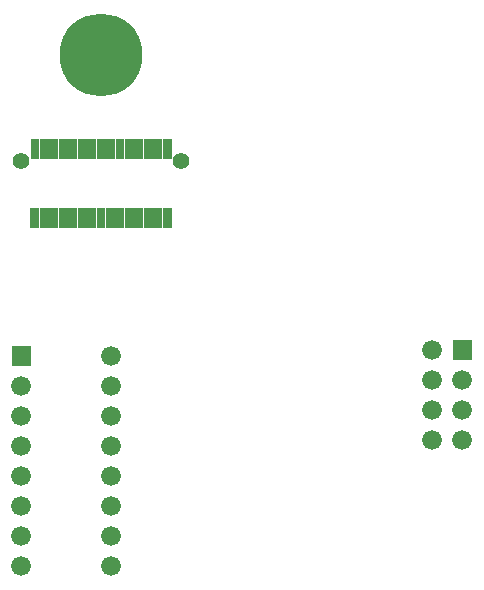
<source format=gbs>
G04 start of page 7 for group -4062 idx -4062 *
G04 Title: (unknown), soldermask *
G04 Creator: pcb 20110918 *
G04 CreationDate: Tue Sep 16 15:41:33 2014 UTC *
G04 For: fosse *
G04 Format: Gerber/RS-274X *
G04 PCB-Dimensions: 375000 325000 *
G04 PCB-Coordinate-Origin: lower left *
%MOIN*%
%FSLAX25Y25*%
%LNBOTTOMMASK*%
%ADD60R,0.0297X0.0297*%
%ADD59R,0.0297X0.0297*%
%ADD58R,0.0297X0.0297*%
%ADD57C,0.0554*%
%ADD56C,0.2760*%
%ADD55C,0.0660*%
%ADD54C,0.0001*%
G54D54*G36*
X79144Y206075D02*Y199475D01*
X85744D01*
Y206075D01*
X79144D01*
G37*
G54D55*X82444Y192775D03*
Y182775D03*
Y172775D03*
Y162775D03*
Y152775D03*
Y142775D03*
Y132775D03*
X112444D03*
Y142775D03*
Y152775D03*
Y162775D03*
Y172775D03*
Y182775D03*
Y192775D03*
Y202775D03*
X229444Y184775D03*
Y174775D03*
X219444D03*
Y184775D03*
G54D54*G36*
X226144Y208075D02*Y201475D01*
X232744D01*
Y208075D01*
X226144D01*
G37*
G54D55*X229444Y194775D03*
X219444D03*
Y204775D03*
G54D56*X109000Y303000D03*
G54D57*X82424Y267795D03*
X135574D03*
G54D58*X99551Y273583D02*Y269960D01*
X96401Y273583D02*Y269960D01*
G54D59*X93251Y273583D02*Y269961D01*
G54D58*X90102Y273583D02*Y269960D01*
X86952Y273583D02*Y269960D01*
G54D60*X108999Y273584D02*Y269960D01*
G54D59*X105849Y273583D02*Y269961D01*
X102700Y273583D02*Y269961D01*
X131046Y273583D02*Y269961D01*
X127897Y273583D02*Y269961D01*
G54D58*X124748Y273583D02*Y269960D01*
X121598Y273583D02*Y269960D01*
G54D59*X118448Y273583D02*Y269961D01*
G54D58*X115299Y273583D02*Y269960D01*
X112149Y273583D02*Y269960D01*
X108960Y250473D02*Y246850D01*
X105810Y250473D02*Y246850D01*
G54D59*X102660Y250473D02*Y246851D01*
X112109Y250473D02*Y246851D01*
G54D60*X99511Y250474D02*Y246850D01*
G54D59*X96361Y250473D02*Y246851D01*
X93212Y250473D02*Y246851D01*
G54D60*X90062Y250474D02*Y246850D01*
G54D59*X86912Y250473D02*Y246851D01*
G54D58*X131007Y250473D02*Y246850D01*
G54D59*X127857Y250473D02*Y246851D01*
G54D60*X124708Y250474D02*Y246850D01*
G54D59*X121558Y250473D02*Y246851D01*
X118409Y250473D02*Y246851D01*
G54D60*X115259Y250474D02*Y246850D01*
M02*

</source>
